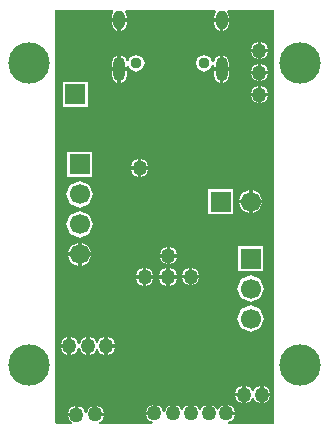
<source format=gbl>
G04 Layer_Physical_Order=2*
G04 Layer_Color=16711680*
%FSLAX25Y25*%
%MOIN*%
G70*
G01*
G75*
%ADD22R,0.06693X0.06693*%
%ADD23C,0.06693*%
%ADD24O,0.03937X0.06299*%
%ADD25O,0.03937X0.08268*%
%ADD26R,0.06693X0.06693*%
%ADD27C,0.13780*%
%ADD28C,0.05000*%
%ADD29C,0.03740*%
G36*
X95433Y39D02*
X80303D01*
X80204Y539D01*
X81900Y1242D01*
X82573Y2866D01*
X79685D01*
Y3457D01*
X79094D01*
Y6344D01*
X77470Y5671D01*
X76982Y4493D01*
X76482D01*
X75994Y5671D01*
X74370Y6344D01*
Y3457D01*
X73189D01*
Y6344D01*
X71565Y5671D01*
X71077Y4493D01*
X70577D01*
X70089Y5671D01*
X68465Y6344D01*
Y3457D01*
X67283D01*
Y6344D01*
X65659Y5671D01*
X65171Y4493D01*
X64671D01*
X64183Y5671D01*
X62559Y6344D01*
Y3457D01*
X61378D01*
Y6344D01*
X59754Y5671D01*
X59089Y4068D01*
X58548D01*
X57884Y5671D01*
X56260Y6344D01*
Y3457D01*
X55669D01*
Y2866D01*
X52782D01*
X53455Y1242D01*
X55151Y539D01*
X55051Y39D01*
X37290D01*
X37192Y530D01*
X38199Y947D01*
X38872Y2571D01*
X35984D01*
Y3161D01*
X35394D01*
Y6049D01*
X33770Y5376D01*
X33085Y3723D01*
X32544D01*
X31900Y5278D01*
X30276Y5951D01*
Y3063D01*
X29685D01*
Y2472D01*
X26798D01*
X27470Y848D01*
X28239Y530D01*
X28142Y39D01*
X23138D01*
X22638Y523D01*
X22685Y137795D01*
X41782D01*
X42072Y137295D01*
X41420Y135721D01*
Y135130D01*
X43976D01*
X46533D01*
Y135721D01*
X45881Y137295D01*
X46171Y137795D01*
X75896D01*
X76186Y137295D01*
X75534Y135721D01*
Y135130D01*
X78091D01*
X80647D01*
Y135721D01*
X79995Y137295D01*
X80285Y137795D01*
X95433D01*
Y39D01*
D02*
G37*
%LPC*%
G36*
X59606Y51817D02*
X57982Y51144D01*
X57309Y49520D01*
X59606D01*
Y51817D01*
D02*
G37*
G36*
X53012D02*
Y49520D01*
X55309D01*
X54636Y51144D01*
X53012Y51817D01*
D02*
G37*
G36*
X67185Y51915D02*
X65561Y51242D01*
X64888Y49618D01*
X67185D01*
Y51915D01*
D02*
G37*
G36*
X60787Y51817D02*
Y49520D01*
X63084D01*
X62412Y51144D01*
X60787Y51817D01*
D02*
G37*
G36*
X51831D02*
X50207Y51144D01*
X49534Y49520D01*
X51831D01*
Y51817D01*
D02*
G37*
G36*
X63084Y48339D02*
X60787D01*
Y46042D01*
X62412Y46714D01*
X63084Y48339D01*
D02*
G37*
G36*
X59606D02*
X57309D01*
X57982Y46714D01*
X59606Y46042D01*
Y48339D01*
D02*
G37*
G36*
X70663Y48437D02*
X68366D01*
Y46140D01*
X69990Y46813D01*
X70663Y48437D01*
D02*
G37*
G36*
X67185D02*
X64888D01*
X65561Y46813D01*
X67185Y46140D01*
Y48437D01*
D02*
G37*
G36*
X59803Y58903D02*
X58179Y58231D01*
X57506Y56606D01*
X59803D01*
Y58903D01*
D02*
G37*
G36*
X63281Y55425D02*
X60984D01*
Y53128D01*
X62608Y53801D01*
X63281Y55425D01*
D02*
G37*
G36*
X30276Y60331D02*
X28004Y59390D01*
X27062Y57118D01*
X30276D01*
Y60331D01*
D02*
G37*
G36*
X60984Y58903D02*
Y56606D01*
X63281D01*
X62608Y58231D01*
X60984Y58903D01*
D02*
G37*
G36*
X59803Y55425D02*
X57506D01*
X58179Y53801D01*
X59803Y53128D01*
Y55425D01*
D02*
G37*
G36*
X91988Y59224D02*
X83720D01*
Y50957D01*
X91988D01*
Y59224D01*
D02*
G37*
G36*
X68366Y51915D02*
Y49618D01*
X70663D01*
X69990Y51242D01*
X68366Y51915D01*
D02*
G37*
G36*
X30276Y55937D02*
X27062D01*
X28004Y53665D01*
X30276Y52724D01*
Y55937D01*
D02*
G37*
G36*
X34670D02*
X31457D01*
Y52724D01*
X33729Y53665D01*
X34670Y55937D01*
D02*
G37*
G36*
X55309Y48339D02*
X53012D01*
Y46042D01*
X54636Y46714D01*
X55309Y48339D01*
D02*
G37*
G36*
X85000Y12643D02*
X83376Y11971D01*
X82703Y10346D01*
X85000D01*
Y12643D01*
D02*
G37*
G36*
X94384Y9165D02*
X92087D01*
Y6868D01*
X93711Y7541D01*
X94384Y9165D01*
D02*
G37*
G36*
X90905Y12643D02*
X89281Y11971D01*
X88793Y10792D01*
X88293D01*
X87805Y11971D01*
X86181Y12643D01*
Y9756D01*
Y6868D01*
X87805Y7541D01*
X88293Y8719D01*
X88793D01*
X89281Y7541D01*
X90905Y6868D01*
Y9756D01*
Y12643D01*
D02*
G37*
G36*
X92087D02*
Y10346D01*
X94384D01*
X93711Y11971D01*
X92087Y12643D01*
D02*
G37*
G36*
X85000Y9165D02*
X82703D01*
X83376Y7541D01*
X85000Y6868D01*
Y9165D01*
D02*
G37*
G36*
X36575Y6049D02*
Y3752D01*
X38872D01*
X38199Y5376D01*
X36575Y6049D01*
D02*
G37*
G36*
X29094Y5951D02*
X27470Y5278D01*
X26798Y3653D01*
X29094D01*
Y5951D01*
D02*
G37*
G36*
X80276Y6344D02*
Y4047D01*
X82573D01*
X81900Y5671D01*
X80276Y6344D01*
D02*
G37*
G36*
X55079D02*
X53455Y5671D01*
X52782Y4047D01*
X55079D01*
Y6344D01*
D02*
G37*
G36*
X87854Y39565D02*
X84690Y38254D01*
X83380Y35091D01*
X84690Y31927D01*
X87854Y30616D01*
X91018Y31927D01*
X92329Y35091D01*
X91018Y38254D01*
X87854Y39565D01*
D02*
G37*
G36*
X38937Y28785D02*
X37313Y28112D01*
X36825Y26934D01*
X36325D01*
X35837Y28112D01*
X34213Y28785D01*
Y25898D01*
Y23010D01*
X35837Y23683D01*
X36325Y24861D01*
X36825D01*
X37313Y23683D01*
X38937Y23010D01*
Y25898D01*
Y28785D01*
D02*
G37*
G36*
X51831Y48339D02*
X49534D01*
X50207Y46714D01*
X51831Y46042D01*
Y48339D01*
D02*
G37*
G36*
X87854Y49565D02*
X84690Y48254D01*
X83380Y45091D01*
X84690Y41927D01*
X87854Y40616D01*
X91018Y41927D01*
X92329Y45091D01*
X91018Y48254D01*
X87854Y49565D01*
D02*
G37*
G36*
X33031Y28785D02*
X31407Y28112D01*
X30743Y26509D01*
X30202D01*
X29538Y28112D01*
X27913Y28785D01*
Y25898D01*
Y23010D01*
X29538Y23683D01*
X30202Y25287D01*
X30743D01*
X31407Y23683D01*
X33031Y23010D01*
Y25898D01*
Y28785D01*
D02*
G37*
G36*
X42415Y25307D02*
X40118D01*
Y23010D01*
X41742Y23683D01*
X42415Y25307D01*
D02*
G37*
G36*
X26732D02*
X24435D01*
X25108Y23683D01*
X26732Y23010D01*
Y25307D01*
D02*
G37*
G36*
X40118Y28785D02*
Y26488D01*
X42415D01*
X41742Y28112D01*
X40118Y28785D01*
D02*
G37*
G36*
X26732D02*
X25108Y28112D01*
X24435Y26488D01*
X26732D01*
Y28785D01*
D02*
G37*
G36*
X31457Y60331D02*
Y57118D01*
X34670D01*
X33729Y59390D01*
X31457Y60331D01*
D02*
G37*
G36*
X72362Y123046D02*
X70328Y122203D01*
X69486Y120169D01*
X70328Y118135D01*
X72362Y117293D01*
X74396Y118135D01*
X75034Y119675D01*
X75534Y119575D01*
Y118811D01*
X77500D01*
Y122698D01*
X76283Y122194D01*
X75612Y120575D01*
X75072Y120572D01*
X74396Y122203D01*
X72362Y123046D01*
D02*
G37*
G36*
X91299Y119927D02*
Y117630D01*
X93596D01*
X92923Y119254D01*
X91299Y119927D01*
D02*
G37*
G36*
X43386Y122698D02*
X42168Y122194D01*
X41420Y120386D01*
Y118811D01*
X43386D01*
Y122698D01*
D02*
G37*
G36*
X78681Y122698D02*
Y118811D01*
X80647D01*
Y120386D01*
X79899Y122194D01*
X78681Y122698D01*
D02*
G37*
G36*
X90118Y119927D02*
X88494Y119254D01*
X87821Y117630D01*
X90118D01*
Y119927D01*
D02*
G37*
G36*
X46533Y117630D02*
X44567D01*
Y113743D01*
X45784Y114247D01*
X46533Y116055D01*
Y117630D01*
D02*
G37*
G36*
X80647Y117630D02*
X78681D01*
Y113743D01*
X79899Y114247D01*
X80647Y116055D01*
Y117630D01*
D02*
G37*
G36*
X93596Y116449D02*
X91299D01*
Y114152D01*
X92923Y114825D01*
X93596Y116449D01*
D02*
G37*
G36*
X90118D02*
X87821D01*
X88494Y114825D01*
X90118Y114152D01*
Y116449D01*
D02*
G37*
G36*
X43386Y133949D02*
X41420D01*
Y133358D01*
X42168Y131550D01*
X43386Y131046D01*
Y133949D01*
D02*
G37*
G36*
X80647Y133949D02*
X78681D01*
Y131046D01*
X79899Y131550D01*
X80647Y133358D01*
Y133949D01*
D02*
G37*
G36*
X77500D02*
X75534D01*
Y133358D01*
X76283Y131550D01*
X77500Y131046D01*
Y133949D01*
D02*
G37*
G36*
X46533Y133949D02*
X44567D01*
Y131046D01*
X45784Y131550D01*
X46533Y133358D01*
Y133949D01*
D02*
G37*
G36*
X91299Y127309D02*
Y125012D01*
X93596D01*
X92923Y126636D01*
X91299Y127309D01*
D02*
G37*
G36*
X90118Y123831D02*
X87821D01*
X88494Y122206D01*
X90118Y121534D01*
Y123831D01*
D02*
G37*
G36*
X49606Y123046D02*
X47572Y122203D01*
X46947Y120694D01*
X46406D01*
X45784Y122194D01*
X44567Y122698D01*
Y118811D01*
X46533D01*
Y119337D01*
X47033Y119437D01*
X47572Y118135D01*
X49606Y117293D01*
X51640Y118135D01*
X52483Y120169D01*
X51640Y122203D01*
X49606Y123046D01*
D02*
G37*
G36*
X90118Y127309D02*
X88494Y126636D01*
X87821Y125012D01*
X90118D01*
Y127309D01*
D02*
G37*
G36*
X93596Y123831D02*
X91299D01*
Y121534D01*
X92923Y122206D01*
X93596Y123831D01*
D02*
G37*
G36*
X77500Y117630D02*
X75534D01*
Y116055D01*
X76283Y114247D01*
X77500Y113743D01*
Y117630D01*
D02*
G37*
G36*
X88406Y77831D02*
Y74618D01*
X91619D01*
X90677Y76890D01*
X88406Y77831D01*
D02*
G37*
G36*
X87224D02*
X84952Y76890D01*
X84011Y74618D01*
X87224D01*
Y77831D01*
D02*
G37*
G36*
X53636Y84658D02*
X51339D01*
Y82361D01*
X52963Y83033D01*
X53636Y84658D01*
D02*
G37*
G36*
X50157D02*
X47861D01*
X48533Y83033D01*
X50157Y82361D01*
Y84658D01*
D02*
G37*
G36*
X30866Y81002D02*
X27702Y79691D01*
X26392Y76528D01*
X27702Y73364D01*
X30866Y72053D01*
X34030Y73364D01*
X35341Y76528D01*
X34030Y79691D01*
X30866Y81002D01*
D02*
G37*
G36*
X81949Y78161D02*
X73681D01*
Y69894D01*
X81949D01*
Y78161D01*
D02*
G37*
G36*
X30866Y71002D02*
X27702Y69691D01*
X26392Y66528D01*
X27702Y63364D01*
X30866Y62053D01*
X34030Y63364D01*
X35341Y66528D01*
X34030Y69691D01*
X30866Y71002D01*
D02*
G37*
G36*
X91619Y73437D02*
X88406D01*
Y70224D01*
X90677Y71165D01*
X91619Y73437D01*
D02*
G37*
G36*
X87224D02*
X84011D01*
X84952Y71165D01*
X87224Y70224D01*
Y73437D01*
D02*
G37*
G36*
X90118Y112643D02*
X88494Y111971D01*
X87821Y110346D01*
X90118D01*
Y112643D01*
D02*
G37*
G36*
X93596Y109165D02*
X91299D01*
Y106868D01*
X92923Y107541D01*
X93596Y109165D01*
D02*
G37*
G36*
X43386Y117630D02*
X41420D01*
Y116055D01*
X42168Y114247D01*
X43386Y113743D01*
Y117630D01*
D02*
G37*
G36*
X91299Y112643D02*
Y110346D01*
X93596D01*
X92923Y111971D01*
X91299Y112643D01*
D02*
G37*
G36*
X90118Y109165D02*
X87821D01*
X88494Y107541D01*
X90118Y106868D01*
Y109165D01*
D02*
G37*
G36*
X50157Y88135D02*
X48533Y87463D01*
X47861Y85839D01*
X50157D01*
Y88135D01*
D02*
G37*
G36*
X35000Y90661D02*
X26732D01*
Y82394D01*
X35000D01*
Y90661D01*
D02*
G37*
G36*
X33465Y113976D02*
X25197D01*
Y105709D01*
X33465D01*
Y113976D01*
D02*
G37*
G36*
X51339Y88135D02*
Y85839D01*
X53636D01*
X52963Y87463D01*
X51339Y88135D01*
D02*
G37*
%LPD*%
D22*
X30866Y86528D02*
D03*
X87854Y55091D02*
D03*
X29331Y109843D02*
D03*
D23*
X30866Y76528D02*
D03*
Y66528D02*
D03*
Y56528D02*
D03*
X87854Y35091D02*
D03*
Y45091D02*
D03*
X87815Y74028D02*
D03*
D24*
X43976Y134539D02*
D03*
X78091D02*
D03*
D25*
X43976Y118220D02*
D03*
X78091D02*
D03*
D26*
X77815Y74028D02*
D03*
D27*
X104291Y120386D02*
D03*
Y19685D02*
D03*
X13740D02*
D03*
Y120386D02*
D03*
D28*
X67776Y49028D02*
D03*
X60394Y56016D02*
D03*
X60197Y48929D02*
D03*
X52421D02*
D03*
X90709Y124421D02*
D03*
X39528Y25898D02*
D03*
X33622D02*
D03*
X90709Y109756D02*
D03*
Y117039D02*
D03*
X35984Y3161D02*
D03*
X61968Y3457D02*
D03*
X79685D02*
D03*
X50748Y85248D02*
D03*
X73779Y3457D02*
D03*
X67874D02*
D03*
X55669D02*
D03*
X29685Y3063D02*
D03*
X27323Y25898D02*
D03*
X91496Y9756D02*
D03*
X85590D02*
D03*
D29*
X72362Y120169D02*
D03*
X49606D02*
D03*
M02*

</source>
